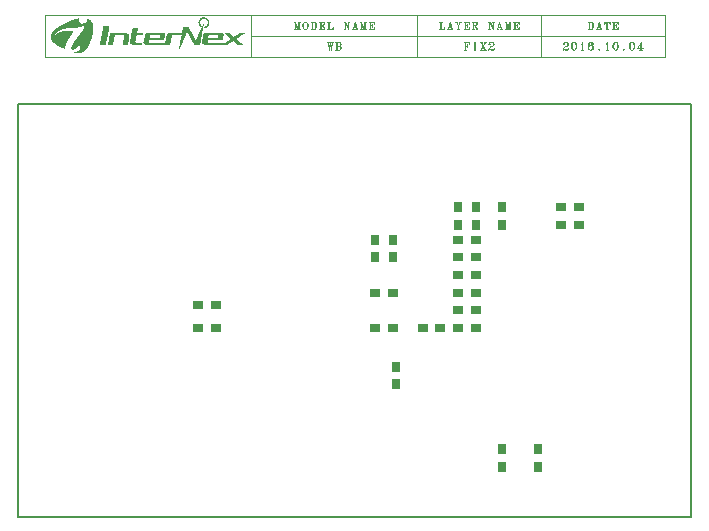
<source format=gbr>
%MOMM*%
%FSLAX33Y33*%
%ADD10C,0.203200*%
%ADD14C,0.070000*%
%ADD145R,0.800000X0.900000*%
%ADD148R,0.900000X0.800000*%
G90*G71*G01*D02*G54D10*X000000Y000000D02*X057000Y000000D01*X057000Y035000D01*
X000000Y035000D01*X000000Y000000D01*D02*G54D14*X019750Y042500D02*
X002250Y042500D01*X002250Y039000D01*X019750Y039000D01*X019750Y040750D02*
X054750Y040750D01*X033750Y042500D02*X033750Y039000D01*X019750Y042500D02*
X054750Y042500D01*X054750Y039000D02*X019750Y039000D01*X019750Y042500D02*
X019750Y039000D01*X054750Y042500D02*X054750Y039000D01*X044250Y042500D02*
X044250Y039000D01*X046154Y040098D02*X046154Y040066D01*X046186Y040066D01*
X046186Y040098D01*X046154Y040098D01*X046154Y040130D02*X046186Y040130D01*
X046218Y040098D01*X046218Y040066D01*X046186Y040034D01*X046154Y040034D01*
X046123Y040066D01*X046123Y040098D01*X046154Y040161D01*X046186Y040193D01*
X046282Y040214D01*X046414Y040214D01*X046509Y040193D01*X046541Y040161D01*
X046578Y040098D01*X046578Y040034D01*X046541Y039981D01*X046446Y039917D01*
X046282Y039854D01*X046218Y039822D01*X046154Y039758D01*X046123Y039673D01*
X046123Y039578D01*X046509Y040161D02*X046541Y040098D01*X046541Y040034D01*
X046509Y039981D01*X046414Y040214D02*X046477Y040193D01*X046509Y040098D01*
X046509Y040034D01*X046477Y039981D01*X046414Y039917D01*X046282Y039854D01*
X046123Y039642D02*X046154Y039673D01*X046218Y039673D01*X046377Y039642D01*
X046509Y039642D01*X046578Y039673D01*X046218Y039673D02*X046377Y039610D01*
X046509Y039610D01*X046541Y039642D01*X046218Y039673D02*X046377Y039578D01*
X046509Y039578D01*X046541Y039610D01*X046578Y039673D01*X046578Y039727D01*
X047014Y040214D02*X046918Y040193D01*X046854Y040098D01*X046823Y039949D01*
X046823Y039854D01*X046854Y039705D01*X046918Y039610D01*X047014Y039578D01*
X047082Y039578D01*X047177Y039610D01*X047241Y039705D01*X047278Y039854D01*
X047278Y039949D01*X047241Y040098D01*X047177Y040193D01*X047082Y040214D01*
X047014Y040214D01*X046918Y040161D02*X046886Y040098D01*X046854Y039981D01*
X046854Y039822D01*X046886Y039705D01*X046918Y039642D01*X047177Y039642D02*
X047209Y039705D01*X047241Y039822D01*X047241Y039981D01*X047209Y040098D01*
X047177Y040161D01*X047014Y040214D02*X046950Y040193D01*X046918Y040130D01*
X046886Y039981D01*X046886Y039822D01*X046918Y039673D01*X046950Y039610D01*
X047014Y039578D01*X047082Y039578D02*X047146Y039610D01*X047177Y039673D01*
X047209Y039822D01*X047209Y039981D01*X047177Y040130D01*X047146Y040193D01*
X047082Y040214D01*X047727Y040161D02*X047727Y039578D01*X047745Y040161D02*
X047745Y039610D01*X047759Y040214D02*X047759Y039578D01*X047759Y040214D02*
X047714Y040130D01*X047686Y040098D01*X047673Y039578D02*X047818Y039578D01*
X047727Y039610D02*X047700Y039578D01*X047727Y039642D02*X047714Y039578D01*
X047759Y039642D02*X047773Y039578D01*X047759Y039610D02*X047786Y039578D01*
X048577Y040130D02*X048577Y040098D01*X048609Y040098D01*X048609Y040130D01*
X048577Y040130D01*X048609Y040161D02*X048577Y040161D01*X048546Y040130D01*
X048546Y040098D01*X048577Y040066D01*X048609Y040066D01*X048641Y040098D01*
X048641Y040130D01*X048609Y040193D01*X048546Y040214D01*X048450Y040214D01*
X048350Y040193D01*X048286Y040130D01*X048254Y040066D01*X048223Y039949D01*
X048223Y039758D01*X048254Y039673D01*X048318Y039610D01*X048414Y039578D01*
X048482Y039578D01*X048577Y039610D01*X048641Y039673D01*X048678Y039758D01*
X048678Y039790D01*X048641Y039886D01*X048577Y039949D01*X048482Y039981D01*
X048414Y039981D01*X048350Y039949D01*X048318Y039917D01*X048286Y039854D01*
X048318Y040130D02*X048286Y040066D01*X048254Y039949D01*X048254Y039758D01*
X048286Y039673D01*X048318Y039642D01*X048609Y039673D02*X048641Y039727D01*
X048641Y039822D01*X048609Y039886D01*X048450Y040214D02*X048382Y040193D01*
X048350Y040161D01*X048318Y040098D01*X048286Y039981D01*X048286Y039758D01*
X048318Y039673D01*X048350Y039610D01*X048414Y039578D01*X048482Y039578D02*
X048546Y039610D01*X048577Y039642D01*X048609Y039727D01*X048609Y039822D01*
X048577Y039917D01*X048546Y039949D01*X048482Y039981D01*X049141Y039673D02*
X049127Y039642D01*X049127Y039610D01*X049141Y039578D01*X049155Y039578D01*
X049168Y039610D01*X049168Y039642D01*X049155Y039673D01*X049141Y039673D01*
X049141Y039642D02*X049141Y039610D01*X049155Y039610D01*X049155Y039642D01*
X049141Y039642D01*X049827Y040161D02*X049827Y039578D01*X049845Y040161D02*
X049845Y039610D01*X049859Y040214D02*X049859Y039578D01*X049859Y040214D02*
X049814Y040130D01*X049786Y040098D01*X049773Y039578D02*X049918Y039578D01*
X049827Y039610D02*X049800Y039578D01*X049827Y039642D02*X049814Y039578D01*
X049859Y039642D02*X049873Y039578D01*X049859Y039610D02*X049886Y039578D01*
X050514Y040214D02*X050418Y040193D01*X050354Y040098D01*X050322Y039949D01*
X050322Y039854D01*X050354Y039705D01*X050418Y039610D01*X050514Y039578D01*
X050582Y039578D01*X050677Y039610D01*X050741Y039705D01*X050777Y039854D01*
X050777Y039949D01*X050741Y040098D01*X050677Y040193D01*X050582Y040214D01*
X050514Y040214D01*X050418Y040161D02*X050386Y040098D01*X050354Y039981D01*
X050354Y039822D01*X050386Y039705D01*X050418Y039642D01*X050677Y039642D02*
X050709Y039705D01*X050741Y039822D01*X050741Y039981D01*X050709Y040098D01*
X050677Y040161D01*X050514Y040214D02*X050450Y040193D01*X050418Y040130D01*
X050386Y039981D01*X050386Y039822D01*X050418Y039673D01*X050450Y039610D01*
X050514Y039578D01*X050582Y039578D02*X050646Y039610D01*X050677Y039673D01*
X050709Y039822D01*X050709Y039981D01*X050677Y040130D01*X050646Y040193D01*
X050582Y040214D01*X051241Y039673D02*X051227Y039642D01*X051227Y039610D01*
X051241Y039578D01*X051255Y039578D01*X051268Y039610D01*X051268Y039642D01*
X051255Y039673D01*X051241Y039673D01*X051241Y039642D02*X051241Y039610D01*
X051255Y039610D01*X051255Y039642D01*X051241Y039642D01*X051914Y040214D02*
X051818Y040193D01*X051754Y040098D01*X051722Y039949D01*X051722Y039854D01*
X051754Y039705D01*X051818Y039610D01*X051914Y039578D01*X051982Y039578D01*
X052077Y039610D01*X052141Y039705D01*X052177Y039854D01*X052177Y039949D01*
X052141Y040098D01*X052077Y040193D01*X051982Y040214D01*X051914Y040214D01*
X051818Y040161D02*X051786Y040098D01*X051754Y039981D01*X051754Y039822D01*
X051786Y039705D01*X051818Y039642D01*X052077Y039642D02*X052109Y039705D01*
X052141Y039822D01*X052141Y039981D01*X052109Y040098D01*X052077Y040161D01*
X051914Y040214D02*X051850Y040193D01*X051818Y040130D01*X051786Y039981D01*
X051786Y039822D01*X051818Y039673D01*X051850Y039610D01*X051914Y039578D01*
X051982Y039578D02*X052046Y039610D01*X052077Y039673D01*X052109Y039822D01*
X052109Y039981D01*X052077Y040130D01*X052046Y040193D01*X051982Y040214D01*
X052677Y040130D02*X052677Y039578D01*X052705Y040161D02*X052705Y039610D01*
X052732Y040214D02*X052732Y039578D01*X052732Y040214D02*X052422Y039758D01*
X052877Y039758D01*X052591Y039578D02*X052818Y039578D01*X052677Y039610D02*
X052618Y039578D01*X052677Y039642D02*X052645Y039578D01*X052732Y039642D02*
X052759Y039578D01*X052732Y039610D02*X052791Y039578D01*X048300Y041964D02*
X048300Y041328D01*X048327Y041943D02*X048327Y041360D01*X048354Y041964D02*
X048354Y041328D01*X048223Y041964D02*X048486Y041964D01*X048568Y041943D01*
X048623Y041880D01*X048650Y041816D01*X048678Y041731D01*X048678Y041572D01*
X048650Y041477D01*X048623Y041423D01*X048568Y041360D01*X048486Y041328D01*
X048223Y041328D01*X048596Y041880D02*X048623Y041816D01*X048650Y041731D01*
X048650Y041572D01*X048623Y041477D01*X048596Y041423D01*X048486Y041964D02*
X048541Y041943D01*X048596Y041848D01*X048623Y041731D01*X048623Y041572D01*
X048596Y041455D01*X048541Y041360D01*X048486Y041328D01*X048245Y041964D02*
X048300Y041943D01*X048273Y041964D02*X048300Y041911D01*X048382Y041964D02*
X048354Y041911D01*X048409Y041964D02*X048354Y041943D01*X048300Y041360D02*
X048245Y041328D01*X048300Y041392D02*X048273Y041328D01*X048354Y041392D02*
X048382Y041328D01*X048354Y041360D02*X048409Y041328D01*X049150Y041964D02*
X048973Y041360D01*X049123Y041880D02*X049273Y041328D01*X049150Y041880D02*
X049300Y041328D01*X049150Y041964D02*X049323Y041328D01*X049023Y041508D02*
X049250Y041508D01*X048923Y041328D02*X049073Y041328D01*X049200Y041328D02*
X049378Y041328D01*X048973Y041360D02*X048945Y041328D01*X048973Y041360D02*
X049023Y041328D01*X049273Y041360D02*X049223Y041328D01*X049273Y041392D02*
X049250Y041328D01*X049300Y041392D02*X049350Y041328D01*X049623Y041964D02*
X049623Y041784D01*X049818Y041964D02*X049818Y041328D01*X049850Y041943D02*
X049850Y041360D01*X049877Y041964D02*X049877Y041328D01*X050077Y041964D02*
X050077Y041784D01*X049623Y041964D02*X050077Y041964D01*X049736Y041328D02*
X049959Y041328D01*X049650Y041964D02*X049623Y041784D01*X049677Y041964D02*
X049623Y041880D01*X049704Y041964D02*X049623Y041911D01*X049764Y041964D02*
X049623Y041943D01*X049932Y041964D02*X050077Y041943D01*X049991Y041964D02*
X050077Y041911D01*X050018Y041964D02*X050077Y041880D01*X050046Y041964D02*
X050077Y041784D01*X049818Y041360D02*X049764Y041328D01*X049818Y041392D02*
X049791Y041328D01*X049877Y041392D02*X049905Y041328D01*X049877Y041360D02*
X049932Y041328D01*X050404Y041964D02*X050404Y041328D01*X050432Y041943D02*
X050432Y041360D01*X050464Y041964D02*X050464Y041328D01*X050322Y041964D02*
X050777Y041964D01*X050777Y041784D01*X050464Y041667D02*X050632Y041667D01*
X050632Y041784D02*X050632Y041540D01*X050322Y041328D02*X050777Y041328D01*
X050777Y041508D01*X050350Y041964D02*X050404Y041943D01*X050377Y041964D02*
X050404Y041911D01*X050491Y041964D02*X050464Y041911D01*X050518Y041964D02*
X050464Y041943D01*X050632Y041964D02*X050777Y041943D01*X050691Y041964D02*
X050777Y041911D01*X050718Y041964D02*X050777Y041880D01*X050746Y041964D02*
X050777Y041784D01*X050632Y041784D02*X050605Y041667D01*X050632Y041540D01*
X050632Y041731D02*X050577Y041667D01*X050632Y041604D01*X050632Y041699D02*
X050518Y041667D01*X050632Y041636D01*X050404Y041360D02*X050350Y041328D01*
X050404Y041392D02*X050377Y041328D01*X050464Y041392D02*X050491Y041328D01*
X050464Y041360D02*X050518Y041328D01*X050632Y041328D02*X050777Y041360D01*
X050691Y041328D02*X050777Y041392D01*X050718Y041328D02*X050777Y041423D01*
X050746Y041328D02*X050777Y041508D01*X035714Y041964D02*X035714Y041328D01*
X035741Y041943D02*X035741Y041360D01*X035773Y041964D02*X035773Y041328D01*
X035623Y041964D02*X035864Y041964D01*X035623Y041328D02*X036078Y041328D01*
X036078Y041508D01*X035650Y041964D02*X035714Y041943D01*X035682Y041964D02*
X035714Y041911D01*X035805Y041964D02*X035773Y041911D01*X035832Y041964D02*
X035773Y041943D01*X035714Y041360D02*X035650Y041328D01*X035714Y041392D02*
X035682Y041328D01*X035773Y041392D02*X035805Y041328D01*X035773Y041360D02*
X035832Y041328D01*X035923Y041328D02*X036078Y041360D01*X035982Y041328D02*
X036078Y041392D01*X036014Y041328D02*X036078Y041423D01*X036046Y041328D02*
X036078Y041508D01*X036550Y041964D02*X036373Y041360D01*X036523Y041880D02*
X036673Y041328D01*X036550Y041880D02*X036700Y041328D01*X036550Y041964D02*
X036723Y041328D01*X036423Y041508D02*X036650Y041508D01*X036323Y041328D02*
X036473Y041328D01*X036600Y041328D02*X036778Y041328D01*X036373Y041360D02*
X036345Y041328D01*X036373Y041360D02*X036423Y041328D01*X036673Y041360D02*
X036623Y041328D01*X036673Y041392D02*X036650Y041328D01*X036700Y041392D02*
X036750Y041328D01*X037068Y041964D02*X037223Y041636D01*X037223Y041328D01*
X037091Y041964D02*X037245Y041636D01*X037245Y041360D01*X037109Y041964D02*
X037273Y041636D01*X037273Y041328D01*X037405Y041943D02*X037273Y041636D01*
X037023Y041964D02*X037182Y041964D01*X037336Y041964D02*X037478Y041964D01*
X037159Y041328D02*X037336Y041328D01*X037045Y041964D02*X037091Y041943D01*
X037159Y041964D02*X037109Y041943D01*X037364Y041964D02*X037405Y041943D01*
X037450Y041964D02*X037405Y041943D01*X037223Y041360D02*X037182Y041328D01*
X037223Y041392D02*X037200Y041328D01*X037273Y041392D02*X037291Y041328D01*
X037273Y041360D02*X037314Y041328D01*X037804Y041964D02*X037804Y041328D01*
X037832Y041943D02*X037832Y041360D01*X037864Y041964D02*X037864Y041328D01*
X037723Y041964D02*X038178Y041964D01*X038178Y041784D01*X037864Y041667D02*
X038032Y041667D01*X038032Y041784D02*X038032Y041540D01*X037723Y041328D02*
X038178Y041328D01*X038178Y041508D01*X037750Y041964D02*X037804Y041943D01*
X037777Y041964D02*X037804Y041911D01*X037891Y041964D02*X037864Y041911D01*
X037918Y041964D02*X037864Y041943D01*X038032Y041964D02*X038178Y041943D01*
X038091Y041964D02*X038178Y041911D01*X038118Y041964D02*X038178Y041880D01*
X038146Y041964D02*X038178Y041784D01*X038032Y041784D02*X038005Y041667D01*
X038032Y041540D01*X038032Y041731D02*X037977Y041667D01*X038032Y041604D01*
X038032Y041699D02*X037918Y041667D01*X038032Y041636D01*X037804Y041360D02*
X037750Y041328D01*X037804Y041392D02*X037777Y041328D01*X037864Y041392D02*
X037891Y041328D01*X037864Y041360D02*X037918Y041328D01*X038032Y041328D02*
X038178Y041360D01*X038091Y041328D02*X038178Y041392D01*X038118Y041328D02*
X038178Y041423D01*X038146Y041328D02*X038178Y041508D01*X038495Y041964D02*
X038495Y041328D01*X038523Y041943D02*X038523Y041360D01*X038545Y041964D02*
X038545Y041328D01*X038423Y041964D02*X038723Y041964D01*X038800Y041943D01*
X038823Y041911D01*X038850Y041848D01*X038850Y041784D01*X038823Y041731D01*
X038800Y041699D01*X038723Y041667D01*X038545Y041667D01*X038800Y041911D02*
X038823Y041848D01*X038823Y041784D01*X038800Y041731D01*X038723Y041964D02*
X038773Y041943D01*X038800Y041880D01*X038800Y041752D01*X038773Y041699D01*
X038723Y041667D01*X038645Y041667D02*X038700Y041636D01*X038723Y041572D01*
X038773Y041392D01*X038800Y041328D01*X038850Y041328D01*X038878Y041392D01*
X038878Y041455D01*X038773Y041455D02*X038800Y041392D01*X038823Y041360D01*
X038850Y041360D01*X038700Y041636D02*X038723Y041604D01*X038800Y041423D01*
X038823Y041392D01*X038850Y041392D01*X038878Y041423D01*X038423Y041328D02*
X038623Y041328D01*X038445Y041964D02*X038495Y041943D01*X038473Y041964D02*
X038495Y041911D01*X038573Y041964D02*X038545Y041911D01*X038595Y041964D02*
X038545Y041943D01*X038495Y041360D02*X038445Y041328D01*X038495Y041392D02*
X038473Y041328D01*X038545Y041392D02*X038573Y041328D01*X038545Y041360D02*
X038595Y041328D01*X039886Y041964D02*X039886Y041360D01*X039886Y041964D02*
X040205Y041328D01*X039913Y041964D02*X040182Y041423D01*X039932Y041964D02*
X040205Y041423D01*X040205Y041943D02*X040205Y041328D01*X039822Y041964D02*
X039932Y041964D01*X040141Y041964D02*X040277Y041964D01*X039822Y041328D02*
X039954Y041328D01*X039841Y041964D02*X039886Y041943D01*X040164Y041964D02*
X040205Y041943D01*X040255Y041964D02*X040205Y041943D01*X039886Y041360D02*
X039841Y041328D01*X039886Y041360D02*X039932Y041328D01*X040750Y041964D02*
X040573Y041360D01*X040723Y041880D02*X040873Y041328D01*X040750Y041880D02*
X040900Y041328D01*X040750Y041964D02*X040923Y041328D01*X040623Y041508D02*
X040850Y041508D01*X040522Y041328D02*X040673Y041328D01*X040800Y041328D02*
X040977Y041328D01*X040573Y041360D02*X040545Y041328D01*X040573Y041360D02*
X040623Y041328D01*X040873Y041360D02*X040823Y041328D01*X040873Y041392D02*
X040850Y041328D01*X040900Y041392D02*X040950Y041328D01*X041282Y041964D02*
X041282Y041360D01*X041282Y041964D02*X041427Y041328D01*X041304Y041964D02*
X041427Y041423D01*X041323Y041964D02*X041445Y041423D01*X041573Y041964D02*
X041427Y041328D01*X041573Y041964D02*X041573Y041328D01*X041591Y041943D02*
X041591Y041360D01*X041614Y041964D02*X041614Y041328D01*X041222Y041964D02*
X041323Y041964D01*X041573Y041964D02*X041677Y041964D01*X041222Y041328D02*
X041345Y041328D01*X041509Y041328D02*X041677Y041328D01*X041241Y041964D02*
X041282Y041943D01*X041632Y041964D02*X041614Y041911D01*X041655Y041964D02*
X041614Y041943D01*X041282Y041360D02*X041241Y041328D01*X041282Y041360D02*
X041323Y041328D01*X041573Y041360D02*X041532Y041328D01*X041573Y041392D02*
X041550Y041328D01*X041614Y041392D02*X041632Y041328D01*X041614Y041360D02*
X041655Y041328D01*X042004Y041964D02*X042004Y041328D01*X042032Y041943D02*
X042032Y041360D01*X042064Y041964D02*X042064Y041328D01*X041922Y041964D02*
X042377Y041964D01*X042377Y041784D01*X042064Y041667D02*X042232Y041667D01*
X042232Y041784D02*X042232Y041540D01*X041922Y041328D02*X042377Y041328D01*
X042377Y041508D01*X041950Y041964D02*X042004Y041943D01*X041977Y041964D02*
X042004Y041911D01*X042091Y041964D02*X042064Y041911D01*X042118Y041964D02*
X042064Y041943D01*X042232Y041964D02*X042377Y041943D01*X042291Y041964D02*
X042377Y041911D01*X042318Y041964D02*X042377Y041880D01*X042346Y041964D02*
X042377Y041784D01*X042232Y041784D02*X042205Y041667D01*X042232Y041540D01*
X042232Y041731D02*X042177Y041667D01*X042232Y041604D01*X042232Y041699D02*
X042118Y041667D01*X042232Y041636D01*X042004Y041360D02*X041950Y041328D01*
X042004Y041392D02*X041977Y041328D01*X042064Y041392D02*X042091Y041328D01*
X042064Y041360D02*X042118Y041328D01*X042232Y041328D02*X042377Y041360D01*
X042291Y041328D02*X042377Y041392D01*X042318Y041328D02*X042377Y041423D01*
X042346Y041328D02*X042377Y041508D01*X023432Y041964D02*X023432Y041360D01*
X023432Y041964D02*X023577Y041328D01*X023454Y041964D02*X023577Y041423D01*
X023473Y041964D02*X023596Y041423D01*X023723Y041964D02*X023577Y041328D01*
X023723Y041964D02*X023723Y041328D01*X023741Y041943D02*X023741Y041360D01*
X023764Y041964D02*X023764Y041328D01*X023373Y041964D02*X023473Y041964D01*
X023723Y041964D02*X023828Y041964D01*X023373Y041328D02*X023495Y041328D01*
X023659Y041328D02*X023828Y041328D01*X023391Y041964D02*X023432Y041943D01*
X023782Y041964D02*X023764Y041911D01*X023805Y041964D02*X023764Y041943D01*
X023432Y041360D02*X023391Y041328D01*X023432Y041360D02*X023473Y041328D01*
X023723Y041360D02*X023682Y041328D01*X023723Y041392D02*X023700Y041328D01*
X023764Y041392D02*X023782Y041328D01*X023764Y041360D02*X023805Y041328D01*
X024268Y041964D02*X024186Y041943D01*X024127Y041880D01*X024100Y041816D01*
X024073Y041699D01*X024073Y041604D01*X024100Y041477D01*X024127Y041423D01*
X024186Y041360D01*X024268Y041328D01*X024327Y041328D01*X024414Y041360D01*
X024468Y041423D01*X024496Y041477D01*X024528Y041604D01*X024528Y041699D01*
X024496Y041816D01*X024468Y041880D01*X024414Y041943D01*X024327Y041964D01*
X024268Y041964D01*X024154Y041880D02*X024127Y041816D01*X024100Y041731D01*
X024100Y041572D01*X024127Y041477D01*X024154Y041423D01*X024441Y041423D02*
X024468Y041477D01*X024496Y041572D01*X024496Y041731D01*X024468Y041816D01*
X024441Y041880D01*X024268Y041964D02*X024214Y041943D01*X024154Y041848D01*
X024127Y041731D01*X024127Y041572D01*X024154Y041455D01*X024214Y041360D01*
X024268Y041328D01*X024327Y041328D02*X024382Y041360D01*X024441Y041455D01*
X024468Y041572D01*X024468Y041731D01*X024441Y041848D01*X024382Y041943D01*
X024327Y041964D01*X024850Y041964D02*X024850Y041328D01*X024877Y041943D02*
X024877Y041360D01*X024904Y041964D02*X024904Y041328D01*X024773Y041964D02*
X025036Y041964D01*X025118Y041943D01*X025173Y041880D01*X025200Y041816D01*
X025228Y041731D01*X025228Y041572D01*X025200Y041477D01*X025173Y041423D01*
X025118Y041360D01*X025036Y041328D01*X024773Y041328D01*X025146Y041880D02*
X025173Y041816D01*X025200Y041731D01*X025200Y041572D01*X025173Y041477D01*
X025146Y041423D01*X025036Y041964D02*X025091Y041943D01*X025146Y041848D01*
X025173Y041731D01*X025173Y041572D01*X025146Y041455D01*X025091Y041360D01*
X025036Y041328D01*X024795Y041964D02*X024850Y041943D01*X024823Y041964D02*
X024850Y041911D01*X024932Y041964D02*X024904Y041911D01*X024959Y041964D02*
X024904Y041943D01*X024850Y041360D02*X024795Y041328D01*X024850Y041392D02*
X024823Y041328D01*X024904Y041392D02*X024932Y041328D01*X024904Y041360D02*
X024959Y041328D01*X025554Y041964D02*X025554Y041328D01*X025582Y041943D02*
X025582Y041360D01*X025614Y041964D02*X025614Y041328D01*X025473Y041964D02*
X025928Y041964D01*X025928Y041784D01*X025614Y041667D02*X025782Y041667D01*
X025782Y041784D02*X025782Y041540D01*X025473Y041328D02*X025928Y041328D01*
X025928Y041508D01*X025500Y041964D02*X025554Y041943D01*X025527Y041964D02*
X025554Y041911D01*X025641Y041964D02*X025614Y041911D01*X025668Y041964D02*
X025614Y041943D01*X025782Y041964D02*X025928Y041943D01*X025841Y041964D02*
X025928Y041911D01*X025868Y041964D02*X025928Y041880D01*X025896Y041964D02*
X025928Y041784D01*X025782Y041784D02*X025755Y041667D01*X025782Y041540D01*
X025782Y041731D02*X025727Y041667D01*X025782Y041604D01*X025782Y041699D02*
X025668Y041667D01*X025782Y041636D01*X025554Y041360D02*X025500Y041328D01*
X025554Y041392D02*X025527Y041328D01*X025614Y041392D02*X025641Y041328D01*
X025614Y041360D02*X025668Y041328D01*X025782Y041328D02*X025928Y041360D01*
X025841Y041328D02*X025928Y041392D01*X025868Y041328D02*X025928Y041423D01*
X025896Y041328D02*X025928Y041508D01*X026264Y041964D02*X026264Y041328D01*
X026291Y041943D02*X026291Y041360D01*X026323Y041964D02*X026323Y041328D01*
X026173Y041964D02*X026414Y041964D01*X026173Y041328D02*X026628Y041328D01*
X026628Y041508D01*X026200Y041964D02*X026264Y041943D01*X026232Y041964D02*
X026264Y041911D01*X026355Y041964D02*X026323Y041911D01*X026382Y041964D02*
X026323Y041943D01*X026264Y041360D02*X026200Y041328D01*X026264Y041392D02*
X026232Y041328D01*X026323Y041392D02*X026355Y041328D01*X026323Y041360D02*
X026382Y041328D01*X026473Y041328D02*X026628Y041360D01*X026532Y041328D02*
X026628Y041392D01*X026564Y041328D02*X026628Y041423D01*X026596Y041328D02*
X026628Y041508D01*X027636Y041964D02*X027636Y041360D01*X027636Y041964D02*
X027955Y041328D01*X027663Y041964D02*X027932Y041423D01*X027682Y041964D02*
X027955Y041423D01*X027955Y041943D02*X027955Y041328D01*X027572Y041964D02*
X027682Y041964D01*X027891Y041964D02*X028027Y041964D01*X027572Y041328D02*
X027704Y041328D01*X027591Y041964D02*X027636Y041943D01*X027914Y041964D02*
X027955Y041943D01*X028005Y041964D02*X027955Y041943D01*X027636Y041360D02*
X027591Y041328D01*X027636Y041360D02*X027682Y041328D01*X028500Y041964D02*
X028323Y041360D01*X028473Y041880D02*X028623Y041328D01*X028500Y041880D02*
X028650Y041328D01*X028500Y041964D02*X028673Y041328D01*X028373Y041508D02*
X028600Y041508D01*X028272Y041328D02*X028423Y041328D01*X028550Y041328D02*
X028727Y041328D01*X028323Y041360D02*X028295Y041328D01*X028323Y041360D02*
X028373Y041328D01*X028623Y041360D02*X028573Y041328D01*X028623Y041392D02*
X028600Y041328D01*X028650Y041392D02*X028700Y041328D01*X029032Y041964D02*
X029032Y041360D01*X029032Y041964D02*X029177Y041328D01*X029054Y041964D02*
X029177Y041423D01*X029073Y041964D02*X029195Y041423D01*X029323Y041964D02*
X029177Y041328D01*X029323Y041964D02*X029323Y041328D01*X029341Y041943D02*
X029341Y041360D01*X029364Y041964D02*X029364Y041328D01*X028972Y041964D02*
X029073Y041964D01*X029323Y041964D02*X029427Y041964D01*X028972Y041328D02*
X029095Y041328D01*X029259Y041328D02*X029427Y041328D01*X028991Y041964D02*
X029032Y041943D01*X029382Y041964D02*X029364Y041911D01*X029405Y041964D02*
X029364Y041943D01*X029032Y041360D02*X028991Y041328D01*X029032Y041360D02*
X029073Y041328D01*X029323Y041360D02*X029282Y041328D01*X029323Y041392D02*
X029300Y041328D01*X029364Y041392D02*X029382Y041328D01*X029364Y041360D02*
X029405Y041328D01*X029754Y041964D02*X029754Y041328D01*X029782Y041943D02*
X029782Y041360D01*X029814Y041964D02*X029814Y041328D01*X029672Y041964D02*
X030127Y041964D01*X030127Y041784D01*X029814Y041667D02*X029982Y041667D01*
X029982Y041784D02*X029982Y041540D01*X029672Y041328D02*X030127Y041328D01*
X030127Y041508D01*X029700Y041964D02*X029754Y041943D01*X029727Y041964D02*
X029754Y041911D01*X029841Y041964D02*X029814Y041911D01*X029868Y041964D02*
X029814Y041943D01*X029982Y041964D02*X030127Y041943D01*X030041Y041964D02*
X030127Y041911D01*X030068Y041964D02*X030127Y041880D01*X030096Y041964D02*
X030127Y041784D01*X029982Y041784D02*X029955Y041667D01*X029982Y041540D01*
X029982Y041731D02*X029927Y041667D01*X029982Y041604D01*X029982Y041699D02*
X029868Y041667D01*X029982Y041636D01*X029754Y041360D02*X029700Y041328D01*
X029754Y041392D02*X029727Y041328D01*X029814Y041392D02*X029841Y041328D01*
X029814Y041360D02*X029868Y041328D01*X029982Y041328D02*X030127Y041360D01*
X030041Y041328D02*X030127Y041392D01*X030068Y041328D02*X030127Y041423D01*
X030096Y041328D02*X030127Y041508D01*X026232Y040214D02*X026314Y039578D01*
X026254Y040214D02*X026314Y039727D01*X026314Y039578D01*X026273Y040214D02*
X026336Y039727D01*X026400Y040214D02*X026336Y039727D01*X026314Y039578D01*
X026400Y040214D02*X026482Y039578D01*X026418Y040214D02*X026482Y039727D01*
X026482Y039578D01*X026441Y040214D02*X026500Y039727D01*X026564Y040193D02*
X026500Y039727D01*X026482Y039578D01*X026173Y040214D02*X026336Y040214D01*
X026400Y040214D02*X026441Y040214D01*X026500Y040214D02*X026628Y040214D01*
X026191Y040214D02*X026254Y040193D01*X026213Y040214D02*X026254Y040161D01*
X026295Y040214D02*X026273Y040161D01*X026314Y040214D02*X026273Y040193D01*
X026523Y040214D02*X026564Y040193D01*X026605Y040214D02*X026564Y040193D01*
X026950Y040214D02*X026950Y039578D01*X026977Y040193D02*X026977Y039610D01*
X027004Y040214D02*X027004Y039578D01*X026873Y040214D02*X027191Y040214D01*
X027273Y040193D01*X027296Y040161D01*X027327Y040098D01*X027327Y040034D01*
X027296Y039981D01*X027273Y039949D01*X027191Y039917D01*X027273Y040161D02*
X027296Y040098D01*X027296Y040034D01*X027273Y039981D01*X027191Y040214D02*
X027246Y040193D01*X027273Y040130D01*X027273Y040002D01*X027246Y039949D01*
X027191Y039917D01*X027004Y039917D02*X027191Y039917D01*X027273Y039886D01*
X027296Y039854D01*X027327Y039790D01*X027327Y039705D01*X027296Y039642D01*
X027273Y039610D01*X027191Y039578D01*X026873Y039578D01*X027273Y039854D02*
X027296Y039790D01*X027296Y039705D01*X027273Y039642D01*X027191Y039917D02*
X027246Y039886D01*X027273Y039822D01*X027273Y039673D01*X027246Y039610D01*
X027191Y039578D01*X026895Y040214D02*X026950Y040193D01*X026923Y040214D02*
X026950Y040161D01*X027032Y040214D02*X027004Y040161D01*X027059Y040214D02*
X027004Y040193D01*X026950Y039610D02*X026895Y039578D01*X026950Y039642D02*
X026923Y039578D01*X027004Y039642D02*X027032Y039578D01*X027004Y039610D02*
X027059Y039578D01*X037804Y040214D02*X037804Y039578D01*X037836Y040193D02*
X037836Y039610D01*X037864Y040214D02*X037864Y039578D01*X037723Y040214D02*
X038178Y040214D01*X038178Y040034D01*X037864Y039917D02*X038032Y039917D01*
X038032Y040034D02*X038032Y039790D01*X037723Y039578D02*X037950Y039578D01*
X037750Y040214D02*X037804Y040193D01*X037777Y040214D02*X037804Y040161D01*
X037891Y040214D02*X037864Y040161D01*X037918Y040214D02*X037864Y040193D01*
X038032Y040214D02*X038178Y040193D01*X038091Y040214D02*X038178Y040161D01*
X038118Y040214D02*X038178Y040130D01*X038146Y040214D02*X038178Y040034D01*
X038032Y040034D02*X038005Y039917D01*X038032Y039790D01*X038032Y039981D02*
X037977Y039917D01*X038032Y039854D01*X038032Y039949D02*X037918Y039917D01*
X038032Y039886D01*X037804Y039610D02*X037750Y039578D01*X037804Y039642D02*
X037777Y039578D01*X037864Y039642D02*X037891Y039578D01*X037864Y039610D02*
X037918Y039578D01*X038632Y040214D02*X038632Y039578D01*X038645Y040193D02*
X038645Y039610D01*X038664Y040214D02*X038664Y039578D01*X038591Y040214D02*
X038705Y040214D01*X038591Y039578D02*X038705Y039578D01*X038605Y040214D02*
X038632Y040193D01*X038618Y040214D02*X038632Y040161D01*X038677Y040214D02*
X038664Y040161D01*X038691Y040214D02*X038664Y040193D01*X038632Y039610D02*
X038605Y039578D01*X038632Y039642D02*X038618Y039578D01*X038664Y039642D02*
X038677Y039578D01*X038664Y039610D02*X038691Y039578D01*X039173Y040214D02*
X039473Y039578D01*X039195Y040214D02*X039500Y039578D01*X039223Y040214D02*
X039523Y039578D01*X039500Y040193D02*X039195Y039610D01*X039123Y040214D02*
X039295Y040214D01*X039423Y040214D02*X039577Y040214D01*X039123Y039578D02*
X039273Y039578D01*X039400Y039578D02*X039577Y039578D01*X039145Y040214D02*
X039223Y040161D01*X039245Y040214D02*X039223Y040161D01*X039273Y040214D02*
X039223Y040193D01*X039450Y040214D02*X039500Y040193D01*X039550Y040214D02*
X039500Y040193D01*X039195Y039610D02*X039145Y039578D01*X039195Y039610D02*
X039245Y039578D01*X039473Y039610D02*X039423Y039578D01*X039473Y039642D02*
X039450Y039578D01*X039473Y039642D02*X039550Y039578D01*X039854Y040098D02*
X039854Y040066D01*X039886Y040066D01*X039886Y040098D01*X039854Y040098D01*
X039854Y040130D02*X039886Y040130D01*X039918Y040098D01*X039918Y040066D01*
X039886Y040034D01*X039854Y040034D01*X039822Y040066D01*X039822Y040098D01*
X039854Y040161D01*X039886Y040193D01*X039982Y040214D01*X040114Y040214D01*
X040209Y040193D01*X040241Y040161D01*X040277Y040098D01*X040277Y040034D01*
X040241Y039981D01*X040146Y039917D01*X039982Y039854D01*X039918Y039822D01*
X039854Y039758D01*X039822Y039673D01*X039822Y039578D01*X040209Y040161D02*
X040241Y040098D01*X040241Y040034D01*X040209Y039981D01*X040114Y040214D02*
X040177Y040193D01*X040209Y040098D01*X040209Y040034D01*X040177Y039981D01*
X040114Y039917D01*X039982Y039854D01*X039822Y039642D02*X039854Y039673D01*
X039918Y039673D01*X040077Y039642D01*X040209Y039642D01*X040277Y039673D01*
X039918Y039673D02*X040077Y039610D01*X040209Y039610D01*X040241Y039642D01*
X039918Y039673D02*X040077Y039578D01*X040209Y039578D01*X040241Y039610D01*
X040277Y039673D01*X040277Y039727D01*X000000Y000000D02*D02*G54D145*
X041000Y004250D03*X041000Y005750D03*X044000Y004250D03*X044000Y005750D03*
X032000Y011250D03*X032000Y012750D03*X030250Y022000D03*X031750Y022000D03*
X030250Y023500D03*X031750Y023500D03*X037250Y024750D03*X037250Y026250D03*
X038750Y024750D03*X038750Y026250D03*X041000Y024750D03*X041000Y026250D03*D02*
G54D148*X016750Y016000D03*X015250Y016000D03*X030250Y016000D03*X031750Y016000D03*
X034250Y016000D03*X035750Y016000D03*X037250Y017500D03*X037250Y016000D03*
X038750Y017500D03*X038750Y016000D03*X016750Y018000D03*X015250Y018000D03*
X030250Y019000D03*X031750Y019000D03*X037250Y020500D03*X037250Y019000D03*
X038750Y020500D03*X038750Y019000D03*X037250Y022000D03*X038750Y022000D03*
X037250Y023500D03*X038750Y023500D03*X046000Y024750D03*X046000Y026250D03*
X047500Y024750D03*X047500Y026250D03*
G36*X017465Y040976D02*X017465Y040998D01*X017854Y040998D01*X017854Y040976D01*
X017875Y040976D01*X017875Y040955D01*X017918Y040955D01*X017918Y040933D01*
X017940Y040933D01*X017940Y040911D01*X017962Y040911D01*X017962Y040890D01*
X017983Y040890D01*X017983Y040868D01*X018005Y040868D01*X018005Y040847D01*
X018027Y040847D01*X018027Y040825D01*X018048Y040825D01*X018048Y040803D01*
X018070Y040803D01*X018070Y040782D01*X018091Y040782D01*X018091Y040760D01*
X018135Y040760D01*X018135Y040739D01*X018156Y040739D01*X018156Y040717D01*
X018178Y040717D01*X018178Y040695D01*X018199Y040695D01*X018199Y040674D01*
X018221Y040674D01*X018221Y040652D01*X018264Y040652D01*X018264Y040674D01*
X018307Y040674D01*X018307Y040695D01*X018351Y040695D01*X018351Y040717D01*
X018372Y040717D01*X018372Y040739D01*X018415Y040739D01*X018415Y040760D01*
X018437Y040760D01*X018437Y040782D01*X018480Y040782D01*X018480Y040803D01*
X018523Y040803D01*X018523Y040825D01*X018545Y040825D01*X018545Y040847D01*
X018588Y040847D01*X018588Y040868D01*X018610Y040868D01*X018610Y040890D01*
X018653Y040890D01*X018653Y040911D01*X018675Y040911D01*X018675Y040933D01*
X018718Y040933D01*X018718Y040955D01*X018739Y040955D01*X018739Y040976D01*
X018783Y040976D01*X018783Y040998D01*X019236Y040998D01*X019236Y040976D01*
X019193Y040976D01*X019193Y040955D01*X019171Y040955D01*X019171Y040933D01*
X019128Y040933D01*X019128Y040911D01*X019107Y040911D01*X019107Y040890D01*
X019063Y040890D01*X019063Y040868D01*X019042Y040868D01*X019042Y040847D01*
X018999Y040847D01*X018999Y040825D01*X018977Y040825D01*X018977Y040803D01*
X018934Y040803D01*X018934Y040782D01*X018912Y040782D01*X018912Y040760D01*
X018869Y040760D01*X018869Y040739D01*X018847Y040739D01*X018847Y040717D01*
X018804Y040717D01*X018804Y040695D01*X018783Y040695D01*X018783Y040674D01*
X018739Y040674D01*X018739Y040652D01*X018718Y040652D01*X018718Y040631D01*
X018675Y040631D01*X018675Y040609D01*X018653Y040609D01*X018653Y040587D01*
X018610Y040587D01*X018610Y040566D01*X018588Y040566D01*X018588Y040544D01*
X018545Y040544D01*X018545Y040523D01*X018523Y040523D01*X018523Y040501D01*
X018480Y040501D01*X018480Y040458D01*X018005Y040458D01*X018005Y040523D01*
X017983Y040523D01*X017983Y040544D01*X017940Y040544D01*X017940Y040566D01*
X017918Y040566D01*X017918Y040587D01*X017897Y040587D01*X017897Y040609D01*
X017875Y040609D01*X017875Y040631D01*X017854Y040631D01*X017854Y040652D01*
X017832Y040652D01*X017832Y040674D01*X017810Y040674D01*X017810Y040695D01*
X017789Y040695D01*X017789Y040717D01*X017746Y040717D01*X017746Y040739D01*
X017724Y040739D01*X017724Y040760D01*X017702Y040760D01*X017702Y040782D01*
X017681Y040782D01*X017681Y040803D01*X017659Y040803D01*X017659Y040825D01*
X017638Y040825D01*X017638Y040847D01*X017616Y040847D01*X017616Y040868D01*
X017573Y040868D01*X017573Y040890D01*X017551Y040890D01*X017551Y040911D01*
X017530Y040911D01*X017530Y040933D01*X017508Y040933D01*X017508Y040955D01*
X017486Y040955D01*X017486Y040976D01*X017465Y040976D01*G37*G36*X017530Y040155D02*
X017530Y040177D01*X017573Y040177D01*X017573Y040199D01*X017594Y040199D01*
X017594Y040220D01*X017638Y040220D01*X017638Y040242D01*X017681Y040242D01*
X017681Y040263D01*X017702Y040263D01*X017702Y040285D01*X017746Y040285D01*
X017746Y040307D01*X017767Y040307D01*X017767Y040328D01*X017789Y040328D01*
X017789Y040350D01*X017832Y040350D01*X017832Y040371D01*X017875Y040371D01*
X017875Y040393D01*X017897Y040393D01*X017897Y040415D01*X017940Y040415D01*
X017940Y040436D01*X017962Y040436D01*X017962Y040458D01*X018502Y040458D01*
X018502Y040436D01*X018523Y040436D01*X018523Y040415D01*X018567Y040415D01*
X018567Y040393D01*X018588Y040393D01*X018588Y040371D01*X018610Y040371D01*
X018610Y040350D01*X018631Y040350D01*X018631Y040328D01*X018675Y040328D01*
X018675Y040307D01*X018696Y040307D01*X018696Y040285D01*X018718Y040285D01*
X018718Y040263D01*X018739Y040263D01*X018739Y040242D01*X018783Y040242D01*
X018783Y040220D01*X018804Y040220D01*X018804Y040199D01*X018826Y040199D01*
X018826Y040177D01*X018847Y040177D01*X018847Y040155D01*X018891Y040155D01*
X018891Y040134D01*X018912Y040134D01*X018912Y040112D01*X018934Y040112D01*
X018934Y040091D01*X018955Y040091D01*X018955Y040069D01*X018977Y040069D01*
X018977Y040047D01*X019020Y040047D01*X019020Y040026D01*X019042Y040026D01*
X019042Y040004D01*X019063Y040004D01*X019063Y039983D01*X019085Y039983D01*
X019085Y039961D01*X018631Y039961D01*X018631Y039983D01*X018588Y039983D01*
X018588Y040004D01*X018567Y040004D01*X018567Y040026D01*X018545Y040026D01*
X018545Y040047D01*X018523Y040047D01*X018523Y040069D01*X018502Y040069D01*
X018502Y040091D01*X018480Y040091D01*X018480Y040112D01*X018437Y040112D01*
X018437Y040134D01*X018415Y040134D01*X018415Y040155D01*X018394Y040155D01*
X018394Y040177D01*X018372Y040177D01*X018372Y040199D01*X018351Y040199D01*
X018351Y040220D01*X018329Y040220D01*X018329Y040242D01*X018286Y040242D01*
X018286Y040263D01*X018264Y040263D01*X018264Y040285D01*X018243Y040285D01*
X018243Y040307D01*X018199Y040307D01*X018199Y040285D01*X018156Y040285D01*
X018156Y040263D01*X018135Y040263D01*X018135Y040242D01*X018091Y040242D01*
X018091Y040220D01*X018048Y040220D01*X018048Y040199D01*X018027Y040199D01*
X018027Y040177D01*X017983Y040177D01*X017983Y040155D01*X017530Y040155D01*G37*G36*
X015758Y041451D02*X015780Y041451D01*X015780Y041430D01*X015823Y041430D01*
X015823Y041408D01*X015866Y041408D01*X015866Y041430D01*X015909Y041430D01*
X015909Y041451D01*X015953Y041451D01*X015953Y041473D01*X015996Y041473D01*
X015996Y041495D01*X016017Y041495D01*X016017Y041516D01*X016039Y041516D01*
X016039Y041538D01*X016061Y041538D01*X016061Y041560D01*X016082Y041560D01*
X016082Y041581D01*X016104Y041581D01*X016104Y041624D01*X016125Y041624D01*
X016125Y041646D01*X016147Y041646D01*X016147Y041689D01*X016169Y041689D01*
X016169Y041776D01*X016190Y041776D01*X016190Y041948D01*X016169Y041948D01*
X016169Y042013D01*X016017Y042013D01*X016017Y041970D01*X016039Y041970D01*
X016039Y041754D01*X016017Y041754D01*X016017Y041711D01*X015996Y041711D01*
X015996Y041668D01*X015974Y041668D01*X015974Y041646D01*X015953Y041646D01*
X015953Y041624D01*X015931Y041624D01*X015931Y041603D01*X015888Y041603D01*
X015888Y041581D01*X015845Y041581D01*X015845Y041560D01*X015801Y041560D01*
X015801Y041538D01*X015780Y041538D01*X015780Y041516D01*X015758Y041516D01*
X015758Y041451D01*G37*G36*X015305Y042035D02*X015477Y042035D01*X015477Y042056D01*
X015499Y042056D01*X015499Y042100D01*X015521Y042100D01*X015521Y042121D01*
X015564Y042121D01*X015564Y042143D01*X015607Y042143D01*X015607Y042164D01*
X015693Y042164D01*X015693Y042186D01*X015780Y042186D01*X015780Y042164D01*
X015866Y042164D01*X015866Y042143D01*X015888Y042143D01*X015888Y042121D01*
X015931Y042121D01*X015931Y042100D01*X015953Y042100D01*X015953Y042078D01*
X015974Y042078D01*X015974Y042056D01*X015996Y042056D01*X015996Y042013D01*
X016169Y042013D01*X016169Y042035D01*X016147Y042035D01*X016147Y042078D01*
X016125Y042078D01*X016125Y042121D01*X016104Y042121D01*X016104Y042143D01*
X016082Y042143D01*X016082Y042164D01*X016061Y042164D01*X016061Y042186D01*
X016039Y042186D01*X016039Y042208D01*X016017Y042208D01*X016017Y042229D01*
X015996Y042229D01*X015996Y042251D01*X015953Y042251D01*X015953Y042272D01*
X015909Y042272D01*X015909Y042294D01*X015845Y042294D01*X015845Y042316D01*
X015607Y042316D01*X015607Y042294D01*X015542Y042294D01*X015542Y042272D01*
X015499Y042272D01*X015499Y042251D01*X015477Y042251D01*X015477Y042229D01*
X015434Y042229D01*X015434Y042208D01*X015413Y042208D01*X015413Y042186D01*
X015391Y042186D01*X015391Y042164D01*X015369Y042164D01*X015369Y042121D01*
X015348Y042121D01*X015348Y042100D01*X015326Y042100D01*X015326Y042056D01*
X015305Y042056D01*X015305Y042035D01*G37*G36*X015261Y041819D02*X015283Y041819D01*
X015283Y041732D01*X015305Y041732D01*X015305Y041668D01*X015326Y041668D01*
X015326Y041624D01*X015348Y041624D01*X015348Y041603D01*X015369Y041603D01*
X015369Y041560D01*X015391Y041560D01*X015391Y041538D01*X015434Y041538D01*
X015434Y041516D01*X015521Y041516D01*X015521Y041538D01*X015542Y041538D01*
X015542Y041624D01*X015521Y041624D01*X015521Y041646D01*X015499Y041646D01*
X015499Y041668D01*X015477Y041668D01*X015477Y041689D01*X015456Y041689D01*
X015456Y041732D01*X015434Y041732D01*X015434Y041797D01*X015413Y041797D01*
X015413Y041927D01*X015434Y041927D01*X015434Y041992D01*X015456Y041992D01*
X015456Y042035D01*X015305Y042035D01*X015305Y042013D01*X015283Y042013D01*
X015283Y041905D01*X015261Y041905D01*X015261Y041819D01*G37*G36*X014462Y040782D02*
X014484Y040782D01*X014484Y040739D01*X014505Y040739D01*X014505Y040717D01*
X014527Y040717D01*X014527Y040674D01*X014548Y040674D01*X014548Y040631D01*
X014570Y040631D01*X014570Y040587D01*X014592Y040587D01*X014592Y040544D01*
X014613Y040544D01*X014613Y040501D01*X014635Y040501D01*X014635Y040479D01*
X014656Y040479D01*X014656Y040436D01*X014678Y040436D01*X014678Y040393D01*
X014700Y040393D01*X014700Y040350D01*X014721Y040350D01*X014721Y040307D01*
X014743Y040307D01*X014743Y040263D01*X014765Y040263D01*X014765Y040242D01*
X014786Y040242D01*X014786Y040199D01*X014808Y040199D01*X014808Y040155D01*
X014829Y040155D01*X014829Y040112D01*X014851Y040112D01*X014851Y040069D01*
X014873Y040069D01*X014873Y040047D01*X014894Y040047D01*X014894Y040004D01*
X014916Y040004D01*X014916Y039961D01*X015413Y039961D01*X015413Y040026D01*
X015434Y040026D01*X015434Y040155D01*X015456Y040155D01*X015456Y040263D01*
X015477Y040263D01*X015477Y040393D01*X015499Y040393D01*X015499Y040523D01*
X015521Y040523D01*X015521Y040631D01*X015542Y040631D01*X015542Y040760D01*
X015564Y040760D01*X015564Y040868D01*X015585Y040868D01*X015585Y040998D01*
X015607Y040998D01*X015607Y041127D01*X015629Y041127D01*X015629Y041257D01*
X015650Y041257D01*X015650Y041365D01*X015672Y041365D01*X015672Y041495D01*
X015693Y041495D01*X015693Y041624D01*X015715Y041624D01*X015715Y041732D01*
X015737Y041732D01*X015737Y041819D01*X015715Y041819D01*X015715Y041776D01*
X015693Y041776D01*X015693Y041711D01*X015672Y041711D01*X015672Y041668D01*
X015650Y041668D01*X015650Y041624D01*X015629Y041624D01*X015629Y041581D01*
X015607Y041581D01*X015607Y041538D01*X015585Y041538D01*X015585Y041495D01*
X015564Y041495D01*X015564Y041451D01*X015542Y041451D01*X015542Y041408D01*
X015521Y041408D01*X015521Y041365D01*X015499Y041365D01*X015499Y041322D01*
X015477Y041322D01*X015477Y041279D01*X015456Y041279D01*X015456Y041214D01*
X015434Y041214D01*X015434Y041171D01*X015413Y041171D01*X015413Y041127D01*
X015391Y041127D01*X015391Y041084D01*X015369Y041084D01*X015369Y041041D01*
X015348Y041041D01*X015348Y040998D01*X015326Y040998D01*X015326Y040955D01*
X015305Y040955D01*X015305Y040911D01*X015283Y040911D01*X015283Y040868D01*
X015261Y040868D01*X015261Y040825D01*X015240Y040825D01*X015240Y040782D01*
X015218Y040782D01*X015218Y040717D01*X015197Y040717D01*X015197Y040674D01*
X015175Y040674D01*X015175Y040631D01*X015153Y040631D01*X015153Y040587D01*
X015132Y040587D01*X015132Y040544D01*X015110Y040544D01*X015110Y040501D01*
X015089Y040501D01*X015089Y040458D01*X015067Y040458D01*X015067Y040415D01*
X015024Y040415D01*X015024Y040436D01*X015002Y040436D01*X015002Y040479D01*
X014981Y040479D01*X014981Y040523D01*X014959Y040523D01*X014959Y040566D01*
X014937Y040566D01*X014937Y040609D01*X014916Y040609D01*X014916Y040631D01*
X014894Y040631D01*X014894Y040674D01*X014873Y040674D01*X014873Y040717D01*
X014851Y040717D01*X014851Y040760D01*X014829Y040760D01*X014829Y040803D01*
X014462Y040803D01*X014462Y040782D01*G37*G36*X013857Y040998D02*X013857Y041019D01*
X013879Y041019D01*X013879Y041149D01*X013900Y041149D01*X013900Y041279D01*
X013922Y041279D01*X013922Y041408D01*X013944Y041408D01*X013944Y041495D01*
X014440Y041495D01*X014440Y041473D01*X014462Y041473D01*X014462Y041430D01*
X014484Y041430D01*X014484Y041387D01*X014505Y041387D01*X014505Y041343D01*
X014527Y041343D01*X014527Y041322D01*X014548Y041322D01*X014548Y041279D01*
X014570Y041279D01*X014570Y041235D01*X014592Y041235D01*X014592Y041192D01*
X014613Y041192D01*X014613Y041149D01*X014635Y041149D01*X014635Y041106D01*
X014656Y041106D01*X014656Y041084D01*X014678Y041084D01*X014678Y041041D01*
X014700Y041041D01*X014700Y040998D01*X014721Y040998D01*X014721Y040955D01*
X014743Y040955D01*X014743Y040911D01*X014765Y040911D01*X014765Y040868D01*
X014786Y040868D01*X014786Y040847D01*X014808Y040847D01*X014808Y040803D01*
X014462Y040803D01*X014462Y040825D01*X014440Y040825D01*X014440Y040868D01*
X014419Y040868D01*X014419Y040911D01*X014397Y040911D01*X014397Y040955D01*
X014376Y040955D01*X014376Y040976D01*X014354Y040976D01*X014354Y041019D01*
X014332Y041019D01*X014332Y041063D01*X014311Y041063D01*X014311Y041041D01*
X014289Y041041D01*X014289Y040998D01*X013857Y040998D01*G37*G36*X013598Y039542D02*
X013598Y039564D01*X013620Y039564D01*X013620Y039542D01*X013598Y039542D01*G37*G36*
X012453Y040155D02*X012453Y040199D01*X012475Y040199D01*X012475Y040307D01*
X012496Y040307D01*X012496Y040415D01*X012518Y040415D01*X012518Y040523D01*
X012539Y040523D01*X012539Y040631D01*X012561Y040631D01*X012561Y040739D01*
X012583Y040739D01*X012583Y040847D01*X012604Y040847D01*X012604Y040890D01*
X012626Y040890D01*X012626Y040911D01*X012647Y040911D01*X012647Y040933D01*
X012669Y040933D01*X012669Y040955D01*X012712Y040955D01*X012712Y040976D01*
X012799Y040976D01*X012799Y040998D01*X014268Y040998D01*X014268Y040955D01*
X014246Y040955D01*X014246Y040890D01*X014224Y040890D01*X014224Y040847D01*
X014203Y040847D01*X014203Y040803D01*X014181Y040803D01*X014181Y040760D01*
X014160Y040760D01*X014160Y040695D01*X014138Y040695D01*X014138Y040652D01*
X014116Y040652D01*X014116Y040609D01*X014095Y040609D01*X014095Y040566D01*
X014073Y040566D01*X014073Y040501D01*X014052Y040501D01*X014052Y040458D01*
X014030Y040458D01*X014030Y040415D01*X014008Y040415D01*X014008Y040371D01*
X013987Y040371D01*X013987Y040328D01*X013965Y040328D01*X013965Y040263D01*
X013944Y040263D01*X013944Y040220D01*X013922Y040220D01*X013922Y040177D01*
X013900Y040177D01*X013900Y040134D01*X013879Y040134D01*X013879Y040069D01*
X013857Y040069D01*X013857Y040026D01*X013836Y040026D01*X013836Y039983D01*
X013814Y039983D01*X013814Y039939D01*X013792Y039939D01*X013792Y039874D01*
X013771Y039874D01*X013771Y039831D01*X013749Y039831D01*X013749Y039788D01*
X013728Y039788D01*X013728Y039745D01*X013706Y039745D01*X013706Y039680D01*
X013684Y039680D01*X013684Y039637D01*X013663Y039637D01*X013663Y039594D01*
X013641Y039594D01*X013641Y039550D01*X013620Y039550D01*X013620Y039637D01*
X013641Y039637D01*X013641Y039766D01*X013663Y039766D01*X013663Y039896D01*
X013684Y039896D01*X013684Y040004D01*X013706Y040004D01*X013706Y040134D01*
X013728Y040134D01*X013728Y040263D01*X013749Y040263D01*X013749Y040393D01*
X013771Y040393D01*X013771Y040523D01*X013792Y040523D01*X013792Y040652D01*
X013814Y040652D01*X013814Y040760D01*X013836Y040760D01*X013836Y040803D01*
X013101Y040803D01*X013101Y040782D01*X013058Y040782D01*X013058Y040760D01*
X013036Y040760D01*X013036Y040739D01*X013015Y040739D01*X013015Y040652D01*
X012993Y040652D01*X012993Y040544D01*X012971Y040544D01*X012971Y040436D01*
X012950Y040436D01*X012950Y040328D01*X012928Y040328D01*X012928Y040220D01*
X012907Y040220D01*X012907Y040155D01*X012453Y040155D01*G37*G36*X010617Y040112D02*
X010617Y040242D01*X010638Y040242D01*X010638Y040371D01*X010660Y040371D01*
X010660Y040393D01*X011092Y040393D01*X011092Y040307D01*X011070Y040307D01*
X011070Y040199D01*X011114Y040199D01*X011114Y040177D01*X011178Y040177D01*
X011178Y040155D01*X012907Y040155D01*X012907Y040112D01*X012885Y040112D01*
X012885Y039983D01*X012863Y039983D01*X012863Y039961D01*X011006Y039961D01*
X011006Y039983D01*X010833Y039983D01*X010833Y040004D01*X010768Y040004D01*
X010768Y040026D01*X010703Y040026D01*X010703Y040047D01*X010682Y040047D01*
X010682Y040069D01*X010660Y040069D01*X010660Y040091D01*X010638Y040091D01*
X010638Y040112D01*X010617Y040112D01*
G37*G36*X010660Y040393D02*X010660Y040479D01*
X010682Y040479D01*X010682Y040587D01*X010703Y040587D01*X010703Y040717D01*
X010725Y040717D01*X010725Y040825D01*X010746Y040825D01*X010746Y040890D01*
X010768Y040890D01*X010768Y040911D01*X010790Y040911D01*X010790Y040933D01*
X010811Y040933D01*X010811Y040955D01*X010854Y040955D01*X010854Y040976D01*
X010941Y040976D01*X010941Y040998D01*X012345Y040998D01*X012345Y040976D01*
X012388Y040976D01*X012388Y040955D01*X012410Y040955D01*X012410Y040933D01*
X012431Y040933D01*X012431Y040695D01*X012410Y040695D01*X012410Y040587D01*
X011978Y040587D01*X011978Y040674D01*X011999Y040674D01*X011999Y040782D01*
X011978Y040782D01*X011978Y040803D01*X011243Y040803D01*X011243Y040782D01*
X011200Y040782D01*X011200Y040760D01*X011178Y040760D01*X011178Y040739D01*
X011157Y040739D01*X011157Y040674D01*X011135Y040674D01*X011135Y040609D01*
X011114Y040609D01*X011114Y040587D01*X012410Y040587D01*X012410Y040544D01*
X012388Y040544D01*X012388Y040479D01*X012367Y040479D01*X012367Y040436D01*
X012323Y040436D01*X012323Y040415D01*X012302Y040415D01*X012302Y040393D01*
X010660Y040393D01*G37*G36*X009472Y040155D02*X009472Y040285D01*X009493Y040285D01*
X009493Y040393D01*X009515Y040393D01*X009515Y040523D01*X009537Y040523D01*
X009537Y040631D01*X009558Y040631D01*X009558Y040739D01*X009580Y040739D01*
X009580Y040868D01*X009601Y040868D01*X009601Y040976D01*X009623Y040976D01*
X009623Y041084D01*X009645Y041084D01*X009645Y041214D01*X009666Y041214D01*
X009666Y041322D01*X009688Y041322D01*X009688Y041408D01*X010163Y041408D01*
X010163Y041387D01*X010142Y041387D01*X010142Y041279D01*X010120Y041279D01*
X010120Y041192D01*X010098Y041192D01*X010098Y041084D01*X010077Y041084D01*
X010077Y040998D01*X010638Y040998D01*X010638Y040955D01*X010617Y040955D01*
X010617Y040825D01*X010595Y040825D01*X010595Y040803D01*X010034Y040803D01*
X010034Y040739D01*X010012Y040739D01*X010012Y040652D01*X009990Y040652D01*
X009990Y040544D01*X009969Y040544D01*X009969Y040436D01*X009947Y040436D01*
X009947Y040350D01*X009925Y040350D01*X009925Y040199D01*X009947Y040199D01*
X009947Y040177D01*X009990Y040177D01*X009990Y040155D01*X010530Y040155D01*
X010530Y040026D01*X010509Y040026D01*X010509Y039961D01*X009969Y039961D01*
X009969Y039983D01*X009731Y039983D01*X009731Y040004D01*X009666Y040004D01*
X009666Y040026D01*X009601Y040026D01*X009601Y040047D01*X009580Y040047D01*
X009580Y040069D01*X009537Y040069D01*X009537Y040091D01*X009515Y040091D01*
X009515Y040112D01*X009493Y040112D01*X009493Y040155D01*X009472Y040155D01*G37*G36*
X007592Y039983D02*X007592Y040047D01*X007614Y040047D01*X007614Y040155D01*
X007636Y040155D01*X007636Y040263D01*X007657Y040263D01*X007657Y040393D01*
X007679Y040393D01*X007679Y040479D01*X007700Y040479D01*X007700Y040609D01*
X007722Y040609D01*X007722Y040717D01*X007744Y040717D01*X007744Y040825D01*
X007765Y040825D01*X007765Y040911D01*X007787Y040911D01*X007787Y040998D01*
X009040Y040998D01*X009040Y040976D01*X009169Y040976D01*X009169Y040955D01*
X009234Y040955D01*X009234Y040933D01*X009299Y040933D01*X009299Y040911D01*
X009342Y040911D01*X009342Y040890D01*X009364Y040890D01*X009364Y040868D01*
X009407Y040868D01*X009407Y040825D01*X009429Y040825D01*X009429Y040674D01*
X009407Y040674D01*X009407Y040544D01*X009385Y040544D01*X009385Y040393D01*
X009364Y040393D01*X009364Y040263D01*X009342Y040263D01*X009342Y040134D01*
X009321Y040134D01*X009321Y039983D01*X008845Y039983D01*X008845Y040026D01*
X008867Y040026D01*X008867Y040134D01*X008889Y040134D01*X008889Y040285D01*
X008910Y040285D01*X008910Y040393D01*X008932Y040393D01*X008932Y040523D01*
X008953Y040523D01*X008953Y040631D01*X008975Y040631D01*X008975Y040760D01*
X008953Y040760D01*X008953Y040782D01*X008910Y040782D01*X008910Y040803D01*
X008197Y040803D01*X008197Y040782D01*X008176Y040782D01*X008176Y040652D01*
X008154Y040652D01*X008154Y040544D01*X008132Y040544D01*X008132Y040436D01*
X008111Y040436D01*X008111Y040307D01*X008089Y040307D01*X008089Y040220D01*
X008068Y040220D01*X008068Y040091D01*X008046Y040091D01*X008046Y039983D01*
X007592Y039983D01*G37*G36*X006923Y039961D02*X007420Y039961D01*X007420Y040004D01*
X007441Y040004D01*X007441Y040112D01*X007463Y040112D01*X007463Y040220D01*
X007484Y040220D01*X007484Y040328D01*X007506Y040328D01*X007506Y040436D01*
X007528Y040436D01*X007528Y040566D01*X007549Y040566D01*X007549Y040674D01*
X007571Y040674D01*X007571Y040782D01*X007592Y040782D01*X007592Y040890D01*
X007614Y040890D01*X007614Y040998D01*X007636Y040998D01*X007636Y041106D01*
X007657Y041106D01*X007657Y041235D01*X007679Y041235D01*X007679Y041343D01*
X007700Y041343D01*X007700Y041451D01*X007722Y041451D01*X007722Y041560D01*
X007744Y041560D01*X007744Y041603D01*X007225Y041603D01*X007225Y041603D01*
X007225Y041516D01*X007204Y041516D01*X007204Y041408D01*X007182Y041408D01*
X007182Y041300D01*X007160Y041300D01*X007160Y041171D01*X007139Y041171D01*
X007139Y041063D01*X007117Y041063D01*X007117Y040955D01*X007096Y040955D01*
X007096Y040847D01*X007074Y040847D01*X007074Y040739D01*X007052Y040739D01*
X007052Y040609D01*X007031Y040609D01*X007031Y040501D01*X007009Y040501D01*
X007009Y040393D01*X006988Y040393D01*X006988Y040285D01*X006966Y040285D01*
X006966Y040177D01*X006944Y040177D01*X006944Y040047D01*X006923Y040047D01*
X006923Y039961D01*G37*G36*X002775Y040514D02*X002797Y040514D01*X002797Y040450D01*
X002818Y040450D01*X002818Y040406D01*X002840Y040406D01*X002840Y040363D01*
X002861Y040363D01*X002861Y040320D01*X002883Y040320D01*X002883Y040298D01*
X002905Y040298D01*X002905Y040255D01*X002926Y040255D01*X002926Y040233D01*
X002948Y040233D01*X002948Y040212D01*X002969Y040212D01*X002969Y040190D01*
X002991Y040190D01*X002991Y040169D01*X003013Y040169D01*X003013Y040147D01*
X003034Y040147D01*X003034Y040126D01*X003077Y040126D01*X003077Y040104D01*
X003099Y040104D01*X003099Y040082D01*X003120Y040082D01*X003120Y040061D01*
X003164Y040061D01*X003164Y040039D01*X003186Y040039D01*X003186Y040017D01*
X003229Y040017D01*X003229Y039996D01*X003250Y039996D01*X003250Y039974D01*
X003293Y039974D01*X003293Y039953D01*X003315Y039953D01*X003315Y039931D01*
X003358Y039931D01*X003358Y039909D01*X003401Y039909D01*X003401Y039888D01*
X003445Y039888D01*X003445Y039866D01*X003488Y039866D01*X003488Y039845D01*
X003531Y039845D01*X003531Y039823D01*X003574Y039823D01*X003574Y039801D01*
X003617Y039801D01*X003617Y039780D01*X003661Y039780D01*X003661Y039758D01*
X003704Y039758D01*X003704Y039737D01*X003768Y039737D01*X003768Y039715D01*
X003790Y039715D01*X003790Y039693D01*X003855Y039693D01*X003855Y039672D01*
X003899Y039672D01*X003899Y039650D01*X003942Y039650D01*X003942Y039629D01*
X003985Y039629D01*X003985Y039607D01*X004028Y039607D01*X004028Y039650D01*
X004007Y039650D01*X004007Y039889D01*X004028Y039889D01*X004028Y039974D01*
X004049Y039974D01*X004049Y040040D01*X004071Y040040D01*X004071Y040104D01*
X004093Y040104D01*X004093Y040147D01*X004115Y040147D01*X004115Y040212D01*
X004137Y040212D01*X004137Y040255D01*X004158Y040255D01*X004158Y040276D01*
X004180Y040276D01*X004180Y040320D01*X004201Y040320D01*X004201Y040363D01*
X004223Y040363D01*X004223Y040406D01*X004244Y040406D01*X004244Y040450D01*
X004266Y040450D01*X004266Y040471D01*X004287Y040471D01*X004287Y040514D01*
X004308Y040514D01*X004308Y040536D01*X004331Y040536D01*X004331Y040579D01*
X004352Y040579D01*X004352Y040601D01*X004373Y040601D01*X004373Y040644D01*
X004396Y040644D01*X004396Y040666D01*X004417Y040666D01*X004417Y040709D01*
X004438Y040709D01*X004438Y040752D01*X004460Y040752D01*X004460Y040774D01*
X004482Y040774D01*X004482Y040817D01*X004503Y040817D01*X004503Y040838D01*
X004525Y040838D01*X004525Y040881D01*X004547Y040881D01*X004547Y040903D01*
X004568Y040903D01*X004568Y040946D01*X004589Y040946D01*X004589Y040990D01*
X004611Y040990D01*X004611Y041011D01*X004633Y041011D01*X004633Y041055D01*
X004654Y041055D01*X004654Y041098D01*X004677Y041098D01*X004677Y041141D01*
X004698Y041141D01*X004698Y041163D01*X004093Y041163D01*X004093Y041141D01*
X004071Y041141D01*X004071Y041162D01*X004050Y041162D01*X004050Y041141D01*
X003877Y041141D01*X003877Y041120D01*X003727Y041120D01*X003727Y041098D01*
X003640Y041098D01*X003640Y041077D01*X003552Y041077D01*X003552Y041055D01*
X003488Y041055D01*X003488Y041032D01*X003445Y041032D01*X003445Y041012D01*
X003379Y041012D01*X003379Y040989D01*X003337Y040989D01*X003337Y040968D01*
X003293Y040968D01*X003293Y040946D01*X003271Y040946D01*X003271Y040925D01*
X003229Y040925D01*X003229Y040903D01*X003206Y040903D01*X003206Y040882D01*
X003186Y040882D01*X003186Y040861D01*X003164Y040861D01*X003164Y040839D01*
X003143Y040839D01*X003143Y040817D01*X003121Y040817D01*X003121Y040860D01*
X003143Y040860D01*X003143Y040881D01*X003165Y040881D01*X003165Y040925D01*
X003185Y040925D01*X003185Y040946D01*X003207Y040946D01*X003207Y040968D01*
X003228Y040968D01*X003228Y040990D01*X003251Y040990D01*X003251Y041011D01*
X003272Y041011D01*X003272Y041033D01*X003294Y041033D01*X003294Y041054D01*
X003337Y041054D01*X003337Y041076D01*X003358Y041076D01*X003358Y041098D01*
X003379Y041098D01*X003379Y041119D01*X003423Y041119D01*X003423Y041140D01*
X003445Y041140D01*X003445Y041162D01*X003488Y041162D01*X003488Y041184D01*
X003531Y041184D01*X003531Y041206D01*X003574Y041206D01*X003574Y041227D01*
X003640Y041227D01*X003640Y041249D01*X003683Y041249D01*X003683Y041270D01*
X003747Y041270D01*X003747Y041293D01*X003813Y041293D01*X003813Y041314D01*
X003878Y041314D01*X003878Y041335D01*X003964Y041335D01*X003964Y041356D01*
X004050Y041356D01*X004050Y041378D01*X004157Y041378D01*X004157Y041400D01*
X004287Y041400D01*X004287Y041421D01*X004481Y041421D01*X004481Y041443D01*
X005044Y041443D01*X005044Y041465D01*X005216Y041465D01*X005216Y041486D01*
X005303Y041486D01*X005303Y041508D01*X005367Y041508D01*X005367Y041530D01*
X005433Y041530D01*X005433Y041551D01*X005562Y041551D01*X005562Y041529D01*
X005583Y041529D01*X005583Y041508D01*X005605Y041508D01*X005605Y041443D01*
X005583Y041443D01*X005583Y041378D01*X005562Y041378D01*X005562Y041335D01*
X005540Y041335D01*X005540Y041292D01*X005518Y041292D01*X005518Y041270D01*
X005497Y041270D01*X005497Y041227D01*X005475Y041227D01*X005475Y041206D01*
X005454Y041206D01*X005454Y041163D01*X005432Y041163D01*X005432Y041141D01*
X005410Y041141D01*X005410Y041098D01*X005389Y041098D01*X005389Y041076D01*
X005367Y041076D01*X005367Y041033D01*X005346Y041033D01*X005346Y041011D01*
X005324Y041011D01*X005324Y040990D01*X005303Y040990D01*X005303Y040968D01*
X005281Y040968D01*X005281Y040925D01*X005259Y040925D01*X005259Y040904D01*
X005238Y040904D01*X005238Y040882D01*X005216Y040882D01*X005216Y040839D01*
X005195Y040839D01*X005195Y040817D01*X005173Y040817D01*X005173Y040796D01*
X005151Y040796D01*X005151Y040752D01*X005130Y040752D01*X005130Y040730D01*
X005108Y040730D01*X005108Y040709D01*X005086Y040709D01*X005086Y040687D01*
X005065Y040687D01*X005065Y040644D01*X005043Y040644D01*X005043Y040622D01*
X005022Y040622D01*X005022Y040601D01*X005000Y040601D01*X005000Y040580D01*
X004979Y040580D01*X004979Y040536D01*X004957Y040536D01*X004957Y040514D01*
X004935Y040514D01*X004935Y040493D01*X004914Y040493D01*X004914Y040450D01*
X004892Y040450D01*X004892Y040428D01*X004870Y040428D01*X004870Y040407D01*
X004848Y040407D01*X004848Y040363D01*X004827Y040363D01*X004827Y040341D01*
X004806Y040341D01*X004806Y040320D01*X004784Y040320D01*X004784Y040277D01*
X004762Y040277D01*X004762Y040255D01*X004741Y040255D01*X004741Y040212D01*
X004719Y040212D01*X004719Y040190D01*X004698Y040190D01*X004698Y040147D01*
X004676Y040147D01*X004676Y040125D01*X004654Y040125D01*X004654Y040082D01*
X004633Y040082D01*X004633Y040039D01*X004611Y040039D01*X004611Y039996D01*
X004590Y039996D01*X004590Y039953D01*X004568Y039953D01*X004568Y039910D01*
X004547Y039910D01*X004547Y039867D01*X004525Y039867D01*X004525Y039802D01*
X004503Y039802D01*X004503Y039650D01*X004525Y039650D01*X004525Y039607D01*
X004547Y039607D01*X004547Y039585D01*X004741Y039585D01*X004741Y039608D01*
X004806Y039608D01*X004806Y039629D01*X004849Y039629D01*X004849Y039650D01*
X004870Y039650D01*X004870Y039673D01*X004892Y039673D01*X004892Y039694D01*
X004914Y039694D01*X004914Y039715D01*X004936Y039715D01*X004936Y039737D01*
X004957Y039737D01*X004957Y039758D01*X004979Y039758D01*X004979Y039801D01*
X005000Y039801D01*X005000Y039823D01*X005022Y039823D01*X005022Y039845D01*
X005064Y039845D01*X005064Y039866D01*X005108Y039866D01*X005108Y039888D01*
X005195Y039888D01*X005195Y039866D01*X005238Y039866D01*X005238Y039823D01*
X005259Y039823D01*X005259Y039651D01*X005238Y039651D01*X005238Y039607D01*
X005216Y039607D01*X005216Y039585D01*X005195Y039585D01*X005195Y039564D01*
X005173Y039564D01*X005173Y039543D01*X005151Y039543D01*X005151Y039520D01*
X005130Y039520D01*X005130Y039499D01*X005107Y039499D01*X005107Y039477D01*
X005065Y039477D01*X005065Y039455D01*X005043Y039455D01*X005043Y039434D01*
X005000Y039434D01*X005000Y039412D01*X004957Y039412D01*X004957Y039391D01*
X004892Y039391D01*X004892Y039369D01*X004828Y039369D01*X004828Y039348D01*
X004741Y039348D01*X004741Y039327D01*X004827Y039327D01*X004827Y039304D01*
X004978Y039304D01*X004978Y039283D01*X005173Y039283D01*X005173Y039304D01*
X005324Y039304D01*X005324Y039326D01*X005388Y039326D01*X005388Y039348D01*
X005454Y039348D01*X005454Y039370D01*X005497Y039370D01*X005497Y039391D01*
X005540Y039391D01*X005540Y039413D01*X005562Y039413D01*X005562Y039435D01*
X005605Y039435D01*X005605Y039455D01*X005626Y039455D01*X005626Y039478D01*
X005670Y039478D01*X005670Y039498D01*X005691Y039498D01*X005691Y039520D01*
X005713Y039520D01*X005713Y039542D01*X005735Y039542D01*X005735Y039564D01*
X005756Y039564D01*X005756Y039586D01*X005778Y039586D01*X005778Y039607D01*
X005800Y039607D01*X005800Y039628D01*X005821Y039628D01*X005821Y039672D01*
X005843Y039672D01*X005843Y039694D01*X005864Y039694D01*X005864Y039715D01*
X005886Y039715D01*X005886Y039758D01*X005908Y039758D01*X005908Y039801D01*
X005929Y039801D01*X005929Y039845D01*X005951Y039845D01*X005951Y039866D01*
X005972Y039866D01*X005972Y039931D01*X005994Y039931D01*X005994Y039974D01*
X006015Y039974D01*X006015Y040017D01*X006037Y040017D01*X006037Y040061D01*
X006058Y040061D01*X006058Y040126D01*X006080Y040126D01*X006080Y040169D01*
X006102Y040169D01*X006102Y040233D01*X006124Y040233D01*X006124Y040297D01*
X006146Y040297D01*X006146Y040341D01*X006167Y040341D01*X006167Y040407D01*
X006189Y040407D01*X006189Y040471D01*X006210Y040471D01*X006210Y040514D01*
X006231Y040514D01*X006231Y040579D01*X006253Y040579D01*X006253Y040644D01*
X006275Y040644D01*X006275Y040730D01*X006296Y040730D01*X006296Y040796D01*
X006317Y040796D01*X006317Y040882D01*X006340Y040882D01*X006340Y040989D01*
X006361Y040989D01*X006361Y041119D01*X006382Y041119D01*X006382Y041595D01*
X006360Y041595D01*X006360Y041681D01*X006339Y041681D01*X006339Y041767D01*
X006318Y041767D01*X006318Y041810D01*X006296Y041810D01*X006296Y041875D01*
X006275Y041875D01*X006275Y041897D01*X006253Y041897D01*X006253Y041940D01*
X006232Y041940D01*X006232Y041962D01*X006210Y041962D01*X006210Y041984D01*
X006189Y041984D01*X006189Y042027D01*X006167Y042027D01*X006167Y042049D01*
X006144Y042049D01*X006144Y042070D01*X006101Y042070D01*X006101Y042091D01*
X006079Y042091D01*X006079Y042113D01*X006059Y042113D01*X006059Y042134D01*
X006017Y042134D01*X006017Y042156D01*X005973Y042156D01*X005973Y042177D01*
X005908Y042177D01*X005908Y042200D01*X005864Y042200D01*X005864Y042092D01*
X005842Y042092D01*X005842Y042048D01*X005821Y042048D01*X005821Y042005D01*
X005799Y042005D01*X005799Y041961D01*X005778Y041961D01*X005778Y041941D01*
X005756Y041941D01*X005756Y041919D01*X005735Y041919D01*X005735Y041897D01*
X005713Y041897D01*X005713Y041875D01*X005692Y041875D01*X005692Y041854D01*
X005648Y041854D01*X005648Y041832D01*X005605Y041832D01*X005605Y041811D01*
X005519Y041811D01*X005519Y041788D01*X005367Y041788D01*X005367Y041811D01*
X005302Y041811D01*X005302Y041832D01*X005259Y041832D01*X005259Y041854D01*
X005238Y041854D01*X005238Y041876D01*X005216Y041876D01*X005216Y041897D01*
X005195Y041897D01*X005195Y041919D01*X005173Y041919D01*X005173Y041962D01*
X005152Y041962D01*X005152Y042135D01*X005173Y042135D01*X005173Y042178D01*
X005195Y042178D01*X005195Y042221D01*X005065Y042221D01*X005065Y042199D01*
X004957Y042199D01*X004957Y042178D01*X004870Y042178D01*X004870Y042156D01*
X004784Y042156D01*X004784Y042135D01*X004719Y042135D01*X004719Y042113D01*
X004633Y042113D01*X004633Y042091D01*X004568Y042091D01*X004568Y042070D01*
X004503Y042070D01*X004503Y042048D01*X004460Y042048D01*X004460Y042026D01*
X004395Y042026D01*X004395Y042005D01*X004352Y042005D01*X004352Y041983D01*
X004287Y041983D01*X004287Y041962D01*X004244Y041962D01*X004244Y041940D01*
X004201Y041940D01*X004201Y041919D01*X004158Y041919D01*X004158Y041897D01*
X004114Y041897D01*X004114Y041875D01*X004050Y041875D01*X004050Y041854D01*
X004006Y041854D01*X004006Y041832D01*X003963Y041832D01*X003963Y041811D01*
X003942Y041811D01*X003942Y041789D01*X003898Y041789D01*X003898Y041767D01*
X003855Y041767D01*X003855Y041746D01*X003812Y041746D01*X003812Y041724D01*
X003769Y041724D01*X003769Y041703D01*X003726Y041703D01*X003726Y041681D01*
X003704Y041681D01*X003704Y041659D01*X003661Y041659D01*X003661Y041638D01*
X003617Y041638D01*X003617Y041616D01*X003574Y041616D01*X003574Y041595D01*
X003553Y041595D01*X003553Y041573D01*X003509Y041573D01*X003509Y041552D01*
X003466Y041552D01*X003466Y041530D01*X003445Y041530D01*X003445Y041508D01*
X003402Y041508D01*X003402Y041486D01*X003380Y041486D01*X003380Y041465D01*
X003337Y041465D01*X003337Y041443D01*X003293Y041443D01*X003293Y041422D01*
X003272Y041422D01*X003272Y041400D01*X003229Y041400D01*X003229Y041379D01*
X003207Y041379D01*X003207Y041357D01*X003185Y041357D01*X003185Y041336D01*
X003142Y041336D01*X003142Y041314D01*X003120Y041314D01*X003120Y041292D01*
X003099Y041292D01*X003099Y041271D01*X003077Y041271D01*X003077Y041249D01*
X003056Y041249D01*X003056Y041227D01*X003034Y041227D01*X003034Y041206D01*
X003013Y041206D01*X003013Y041184D01*X002991Y041184D01*X002991Y041162D01*
X002969Y041162D01*X002969Y041141D01*X002948Y041141D01*X002948Y041098D01*
X002926Y041098D01*X002926Y041076D01*X002905Y041076D01*X002905Y041033D01*
X002883Y041033D01*X002883Y041011D01*X002861Y041011D01*X002861Y040968D01*
X002840Y040968D01*X002840Y040925D01*X002818Y040925D01*X002818Y040860D01*
X002797Y040860D01*X002797Y040774D01*X002775Y040774D01*X002775Y040514D01*G37*G36*
X015607Y040371D02*X015607Y040458D01*X015629Y040458D01*X015629Y040566D01*
X015650Y040566D01*X015650Y040674D01*X015672Y040674D01*X015672Y040782D01*
X015693Y040782D01*X015693Y040868D01*X015715Y040868D01*X015715Y040911D01*
X015737Y040911D01*X015737Y040933D01*X015758Y040933D01*X015758Y040955D01*
X015801Y040955D01*X015801Y040976D01*X015888Y040976D01*X015888Y040998D01*
X017292Y040998D01*X017292Y040976D01*X017335Y040976D01*X017335Y040955D01*
X017378Y040955D01*X017378Y040911D01*X017400Y040911D01*X017400Y040760D01*
X017378Y040760D01*X017378Y040609D01*X017357Y040609D01*X017357Y040587D01*
X016925Y040587D01*X016925Y040652D01*X016946Y040652D01*X016946Y040782D01*
X016925Y040782D01*X016925Y040803D01*X016212Y040803D01*X016212Y040782D01*
X016169Y040782D01*X016169Y040760D01*X016147Y040760D01*X016147Y040739D01*
X016125Y040739D01*X016125Y040717D01*X016104Y040717D01*X016104Y040652D01*
X016082Y040652D01*X016082Y040587D01*X017357Y040587D01*X017357Y040544D01*
X017357Y040501D01*X017335Y040501D01*X017335Y040458D01*X017314Y040458D01*
X017314Y040436D01*X017292Y040436D01*X017292Y040415D01*X017249Y040415D01*
X017249Y040393D01*X017162Y040393D01*X017162Y040371D01*X015607Y040371D01*G37*G36*
X015564Y040134D02*X015564Y040220D01*X015585Y040220D01*X015585Y040350D01*
X015607Y040350D01*X015607Y040371D01*X016039Y040371D01*X016039Y040307D01*
X016039Y040263D01*X016017Y040263D01*X016017Y040220D01*X016039Y040220D01*
X016039Y040199D01*X016082Y040199D01*X016082Y040177D01*X016147Y040177D01*
X016147Y040155D01*X017962Y040155D01*X017962Y040134D01*X017918Y040134D01*
X017918Y040112D01*X017897Y040112D01*X017897Y040091D01*X017854Y040091D01*
X017854Y040069D01*X017832Y040069D01*X017832Y040047D01*X017789Y040047D01*
X017789Y040026D01*X017767Y040026D01*X017767Y040004D01*X017724Y040004D01*
X017724Y039983D01*X017702Y039983D01*X017702Y039961D01*X015931Y039961D01*
X015931Y039983D01*X015780Y039983D01*X015780Y040004D01*X015715Y040004D01*
X015715Y040026D01*X015650Y040026D01*X015650Y040047D01*X015629Y040047D01*
X015629Y040069D01*X015607Y040069D01*X015607Y040091D01*X015585Y040091D01*
X015585Y040134D01*X015564Y040134D01*G37*X000000Y000000D02*M02*

</source>
